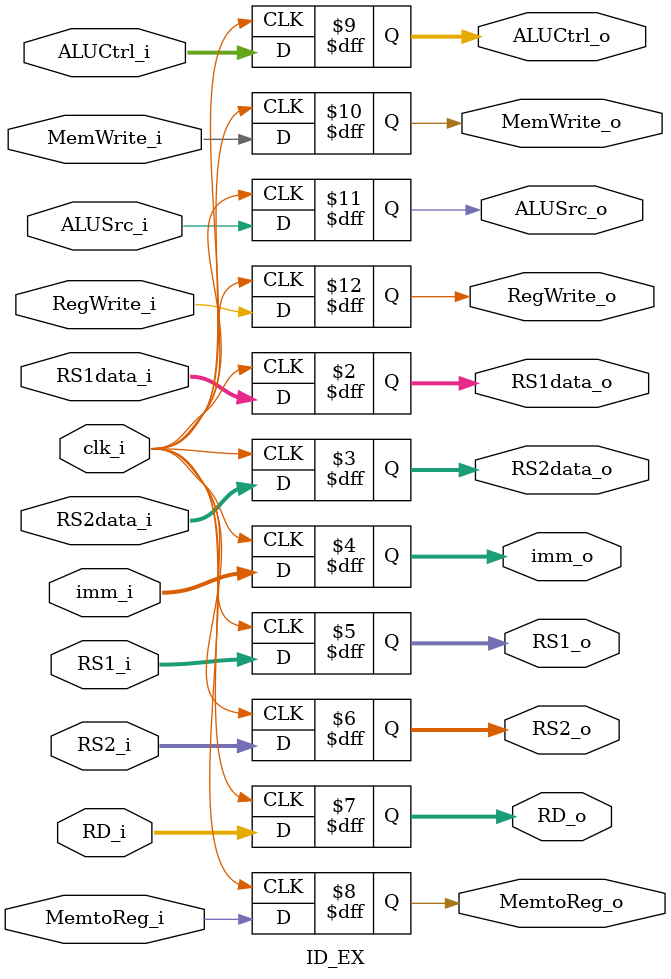
<source format=v>
module ID_EX
(
    input            clk_i,
    input   [31:0]   RS1data_i,
    input   [31:0]   RS2data_i,
    input   [31:0]   imm_i,
    input   [4:0]    RS1_i,
    input   [4:0]    RS2_i,
    input   [4:0]    RD_i,
    input            MemtoReg_i,
    input   [2:0]    ALUCtrl_i,
    input            MemWrite_i,
    input            ALUSrc_i,
    input            RegWrite_i,
    output  [31:0]   RS1data_o,
    output  [31:0]   RS2data_o,
    output  [31:0]   imm_o,
    output  [4:0]    RS1_o,
    output  [4:0]    RS2_o,
    output  [4:0]    RD_o,
    output           MemtoReg_o,
    output  [2:0]    ALUCtrl_o,
    output           MemWrite_o,
    output           ALUSrc_o,
    output           RegWrite_o
);

reg     [31:0]     RS1data_o, RS2data_o, imm_o;
reg     [4:0]      RS1_o, RS2_o, RD_o;
reg     [2:0]      ALUCtrl_o;
reg                MemtoReg_o, MemWrite_o, ALUSrc_o, RegWrite_o;

always @ (posedge clk_i) begin
    RS1data_o <= RS1data_i;
    RS2data_o <= RS2data_i;
    imm_o <= imm_i;
    RS1_o <= RS1_i;
    RS2_o <= RS2_i;
    RD_o <= RD_i;
    MemtoReg_o <= MemtoReg_i;
    ALUCtrl_o <= ALUCtrl_i;
    MemWrite_o <= MemWrite_i;
    ALUSrc_o <= ALUSrc_i;
    RegWrite_o <= RegWrite_i;
end

endmodule
</source>
